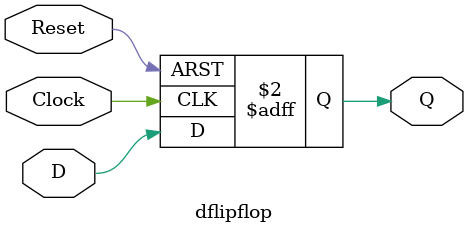
<source format=v>
module dflipflop (D, Clock, Reset, Q);
	input D, Clock, Reset;
	output reg Q;
	always @(posedge Clock or posedge Reset)
	begin
		if (Reset)
			Q <= 1'b0;
		else
			Q <= D;
	end
endmodule


</source>
